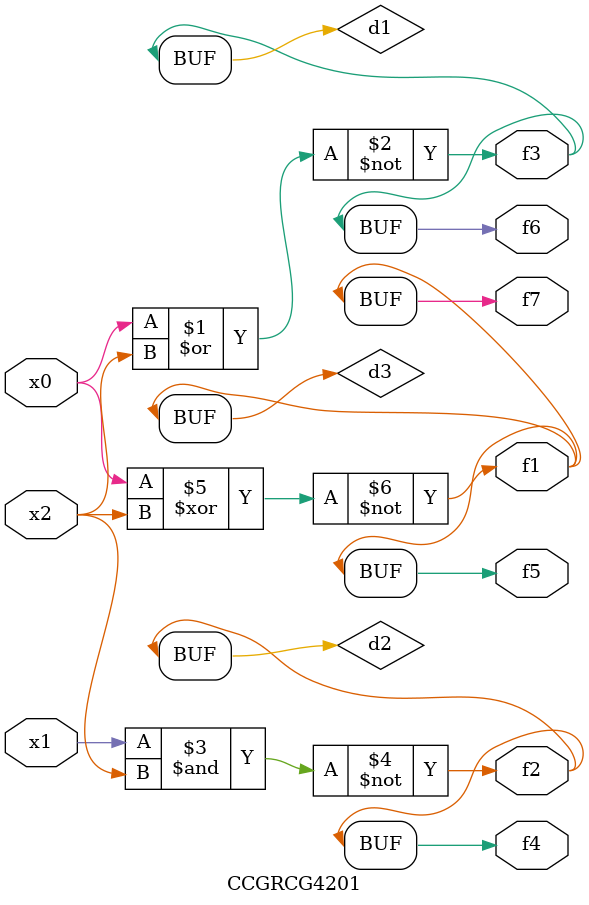
<source format=v>
module CCGRCG4201(
	input x0, x1, x2,
	output f1, f2, f3, f4, f5, f6, f7
);

	wire d1, d2, d3;

	nor (d1, x0, x2);
	nand (d2, x1, x2);
	xnor (d3, x0, x2);
	assign f1 = d3;
	assign f2 = d2;
	assign f3 = d1;
	assign f4 = d2;
	assign f5 = d3;
	assign f6 = d1;
	assign f7 = d3;
endmodule

</source>
